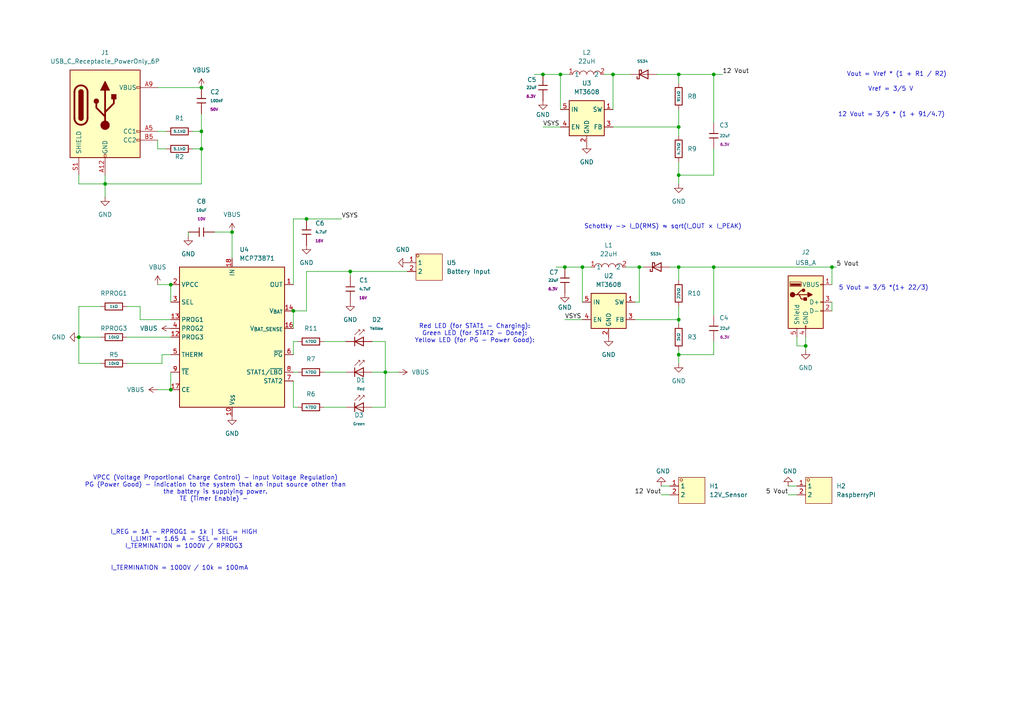
<source format=kicad_sch>
(kicad_sch (version 20250114) (generator "eeschema") (generator_version "9.0")
  (paper "A4")
  (text "I_REG = 1A - RPROG1 = 1k | SEL = HIGH\nI_LIMIT = 1.65 A - SEL = HIGH\nI_TERMINATION = 1000V / RPROG3\n" (at 53.34 156.464 0) (effects (font (size 1.27 1.27))))
  (text "12 Vout = 3/5 * (1 + 91/4.7)\n" (at 258.572 33.274 0) (effects (font (size 1.27 1.27))))
  (text "5 Vout = 3/5 *(1+ 22/3)" (at 256.286 83.566 0) (effects (font (size 1.27 1.27))))
  (text "VPCC (Voltage Proportional Charge Control) - Input Voltage Regulation)\nPG (Power Good) - indication to the system that an input source other than\nthe battery is supplying power.\nTE (Timer Enable) - \n" (at 62.484 141.732 0) (effects (font (size 1.27 1.27))))
  (text "Schottky -> I_D(RMS) ≈ sqrt(I_OUT × I_PEAK)\n\n" (at 192.278 66.802 0) (effects (font (size 1.27 1.27))))
  (text "I_TERMINATION = 1000V / 10k = 100mA\n" (at 52.07 164.846 0) (effects (font (size 1.27 1.27))))
  (text "Vout = Vref * (1 + R1 / R2)" (at 260.096 21.59 0) (effects (font (size 1.27 1.27))))
  (text "Red LED (for STAT1 - Charging):\nGreen LED (for STAT2 - Done):\nYellow LED (for PG - Power Good):\n" (at 137.668 96.774 0) (effects (font (size 1.27 1.27))))
  (text "Vref = 3/5 V " (at 258.826 25.908 0) (effects (font (size 1.27 1.27))))
  (junction (at 22.86 97.79))
  (junction (at 196.85 102.87))
  (junction (at 157.48 21.59))
  (junction (at 58.42 25.4))
  (junction (at 101.6 78.74))
  (junction (at 185.42 77.47))
  (junction (at 30.48 53.34))
  (junction (at 196.85 50.8))
  (junction (at 58.42 43.18))
  (junction (at 233.68 100.33))
  (junction (at 111.76 107.95))
  (junction (at 85.09 90.17))
  (junction (at 196.85 77.47))
  (junction (at 207.01 77.47))
  (junction (at 88.9 63.5))
  (junction (at 163.83 77.47))
  (junction (at 177.8 21.59))
  (junction (at 207.01 21.59))
  (junction (at 196.85 92.71))
  (junction (at 49.53 113.03))
  (junction (at 49.53 82.55))
  (junction (at 162.56 21.59))
  (junction (at 241.3 77.47))
  (junction (at 168.91 77.47))
  (junction (at 58.42 38.1))
  (junction (at 196.85 21.59))
  (junction (at 67.31 67.31))
  (junction (at 196.85 36.83))
  (wire (pts (xy 88.9 63.5) (xy 99.06 63.5)))
  (wire (pts (xy 111.76 107.95) (xy 111.76 118.11)))
  (wire (pts (xy 207.01 43.18) (xy 207.01 50.8)))
  (wire (pts (xy 228.6 143.51) (xy 231.14 143.51)))
  (wire (pts (xy 88.9 78.74) (xy 101.6 78.74)))
  (wire (pts (xy 58.42 38.1) (xy 58.42 43.18)))
  (wire (pts (xy 30.48 50.8) (xy 30.48 53.34)))
  (wire (pts (xy 55.88 43.18) (xy 58.42 43.18)))
  (wire (pts (xy 241.3 87.63) (xy 241.3 90.17)))
  (wire (pts (xy 111.76 107.95) (xy 115.57 107.95)))
  (wire (pts (xy 233.68 100.33) (xy 233.68 97.79)))
  (wire (pts (xy 85.09 107.95) (xy 86.36 107.95)))
  (wire (pts (xy 154.94 21.59) (xy 157.48 21.59)))
  (wire (pts (xy 241.3 77.47) (xy 242.57 77.47)))
  (wire (pts (xy 196.85 50.8) (xy 196.85 53.34)))
  (wire (pts (xy 67.31 67.31) (xy 67.31 74.93)))
  (wire (pts (xy 22.86 53.34) (xy 30.48 53.34)))
  (wire (pts (xy 228.6 140.97) (xy 231.14 140.97)))
  (wire (pts (xy 194.31 77.47) (xy 196.85 77.47)))
  (wire (pts (xy 36.83 97.79) (xy 49.53 97.79)))
  (wire (pts (xy 45.72 40.64) (xy 45.72 43.18)))
  (wire (pts (xy 45.72 25.4) (xy 58.42 25.4)))
  (wire (pts (xy 85.09 110.49) (xy 85.09 118.11)))
  (wire (pts (xy 101.6 78.74) (xy 101.6 80.01)))
  (wire (pts (xy 191.77 140.97) (xy 194.31 140.97)))
  (wire (pts (xy 207.01 102.87) (xy 196.85 102.87)))
  (wire (pts (xy 196.85 21.59) (xy 207.01 21.59)))
  (wire (pts (xy 177.8 21.59) (xy 177.8 31.75)))
  (wire (pts (xy 58.42 53.34) (xy 30.48 53.34)))
  (wire (pts (xy 22.86 50.8) (xy 22.86 53.34)))
  (wire (pts (xy 168.91 77.47) (xy 171.45 77.47)))
  (wire (pts (xy 85.09 63.5) (xy 88.9 63.5)))
  (wire (pts (xy 196.85 92.71) (xy 196.85 93.98)))
  (wire (pts (xy 175.26 21.59) (xy 177.8 21.59)))
  (wire (pts (xy 157.48 21.59) (xy 162.56 21.59)))
  (wire (pts (xy 101.6 78.74) (xy 118.11 78.74)))
  (wire (pts (xy 168.91 77.47) (xy 168.91 87.63)))
  (wire (pts (xy 207.01 99.06) (xy 207.01 102.87)))
  (wire (pts (xy 30.48 53.34) (xy 30.48 57.15)))
  (wire (pts (xy 45.72 82.55) (xy 49.53 82.55)))
  (wire (pts (xy 163.83 77.47) (xy 168.91 77.47)))
  (wire (pts (xy 207.01 77.47) (xy 241.3 77.47)))
  (wire (pts (xy 40.64 92.71) (xy 49.53 92.71)))
  (wire (pts (xy 46.99 102.87) (xy 49.53 102.87)))
  (wire (pts (xy 196.85 102.87) (xy 196.85 105.41)))
  (wire (pts (xy 161.29 77.47) (xy 163.83 77.47)))
  (wire (pts (xy 85.09 90.17) (xy 88.9 90.17)))
  (wire (pts (xy 107.95 118.11) (xy 111.76 118.11)))
  (wire (pts (xy 22.86 97.79) (xy 29.21 97.79)))
  (wire (pts (xy 40.64 88.9) (xy 40.64 92.71)))
  (wire (pts (xy 196.85 88.9) (xy 196.85 92.71)))
  (wire (pts (xy 93.98 107.95) (xy 100.33 107.95)))
  (wire (pts (xy 177.8 36.83) (xy 196.85 36.83)))
  (wire (pts (xy 207.01 21.59) (xy 209.55 21.59)))
  (wire (pts (xy 85.09 90.17) (xy 85.09 95.25)))
  (wire (pts (xy 22.86 88.9) (xy 29.21 88.9)))
  (wire (pts (xy 231.14 100.33) (xy 233.68 100.33)))
  (wire (pts (xy 49.53 82.55) (xy 49.53 87.63)))
  (wire (pts (xy 85.09 99.06) (xy 85.09 102.87)))
  (wire (pts (xy 207.01 77.47) (xy 207.01 91.44)))
  (wire (pts (xy 46.99 105.41) (xy 46.99 102.87)))
  (wire (pts (xy 191.77 143.51) (xy 194.31 143.51)))
  (wire (pts (xy 36.83 88.9) (xy 40.64 88.9)))
  (wire (pts (xy 162.56 21.59) (xy 162.56 31.75)))
  (wire (pts (xy 165.1 21.59) (xy 162.56 21.59)))
  (wire (pts (xy 196.85 77.47) (xy 196.85 81.28)))
  (wire (pts (xy 62.23 67.31) (xy 67.31 67.31)))
  (wire (pts (xy 93.98 99.06) (xy 100.33 99.06)))
  (wire (pts (xy 45.72 43.18) (xy 48.26 43.18)))
  (wire (pts (xy 107.95 107.95) (xy 111.76 107.95)))
  (wire (pts (xy 177.8 21.59) (xy 182.88 21.59)))
  (wire (pts (xy 196.85 77.47) (xy 207.01 77.47)))
  (wire (pts (xy 184.15 92.71) (xy 196.85 92.71)))
  (wire (pts (xy 196.85 31.75) (xy 196.85 36.83)))
  (wire (pts (xy 22.86 97.79) (xy 22.86 105.41)))
  (wire (pts (xy 185.42 77.47) (xy 186.69 77.47)))
  (wire (pts (xy 181.61 77.47) (xy 185.42 77.47)))
  (wire (pts (xy 85.09 82.55) (xy 85.09 63.5)))
  (wire (pts (xy 22.86 105.41) (xy 29.21 105.41)))
  (wire (pts (xy 58.42 33.02) (xy 58.42 38.1)))
  (wire (pts (xy 93.98 118.11) (xy 100.33 118.11)))
  (wire (pts (xy 36.83 105.41) (xy 46.99 105.41)))
  (wire (pts (xy 45.72 113.03) (xy 49.53 113.03)))
  (wire (pts (xy 55.88 38.1) (xy 58.42 38.1)))
  (wire (pts (xy 196.85 36.83) (xy 196.85 39.37)))
  (wire (pts (xy 45.72 38.1) (xy 48.26 38.1)))
  (wire (pts (xy 107.95 99.06) (xy 111.76 99.06)))
  (wire (pts (xy 163.83 92.71) (xy 168.91 92.71)))
  (wire (pts (xy 196.85 101.6) (xy 196.85 102.87)))
  (wire (pts (xy 185.42 77.47) (xy 185.42 87.63)))
  (wire (pts (xy 22.86 88.9) (xy 22.86 97.79)))
  (wire (pts (xy 233.68 100.33) (xy 233.68 101.6)))
  (wire (pts (xy 88.9 78.74) (xy 88.9 90.17)))
  (wire (pts (xy 85.09 99.06) (xy 86.36 99.06)))
  (wire (pts (xy 231.14 97.79) (xy 231.14 100.33)))
  (wire (pts (xy 196.85 21.59) (xy 196.85 24.13)))
  (wire (pts (xy 241.3 77.47) (xy 241.3 82.55)))
  (wire (pts (xy 207.01 21.59) (xy 207.01 35.56)))
  (wire (pts (xy 111.76 99.06) (xy 111.76 107.95)))
  (wire (pts (xy 49.53 107.95) (xy 49.53 113.03)))
  (wire (pts (xy 207.01 50.8) (xy 196.85 50.8)))
  (wire (pts (xy 85.09 118.11) (xy 86.36 118.11)))
  (wire (pts (xy 196.85 46.99) (xy 196.85 50.8)))
  (wire (pts (xy 185.42 87.63) (xy 184.15 87.63)))
  (wire (pts (xy 58.42 43.18) (xy 58.42 53.34)))
  (wire (pts (xy 190.5 21.59) (xy 196.85 21.59)))
  (wire (pts (xy 157.48 36.83) (xy 162.56 36.83)))
  (wire (pts (xy 54.61 67.31) (xy 54.61 68.58)))
  (label "12 Vout" (at 209.55 21.59 0))
  (label "5 Vout" (at 242.57 77.47 0))
  (label "5 Vout" (at 228.6 143.51 180))
  (label "VSYS" (at 163.83 92.71 0))
  (label "12 Vout" (at 191.77 143.51 180))
  (label "VSYS" (at 157.48 36.83 0))
  (label "VSYS" (at 99.06 63.5 0))
  (symbol (lib_id "PCM_JLCPCB-Capacitors:0603,100nF") (at 58.42 29.21 0) (unit 1)
    (property "Reference" "C2" (at 60.96 26.6699 0) (effects (justify left)))
    (property "Value" "100nF" (at 60.96 29.21 0) (effects (font (size 0.8 0.8)) (justify left)))
    (property "Footprint" "PCM_JLCPCB:C_0603" (effects (hide yes)))
    (property "Datasheet" "https://www.lcsc.com/datasheet/lcsc_datasheet_2211101700_YAGEO-CC0603KRX7R9BB104_C14663.pdf" (effects (hide yes)))
    (property "Description" "50V 100nF X7R ±10% 0603 Multilayer Ceramic Capacitors MLCC - SMD/SMT ROHS" (effects (hide yes)))
    (property "LCSC" "C14663" (effects (hide yes)))
    (property "Stock" "70324515" (effects (hide yes)))
    (property "Price" "0.006USD" (effects (hide yes)))
    (property "Process" "SMT" (effects (hide yes)))
    (property "Minimum Qty" "20" (effects (hide yes)))
    (property "Attrition Qty" "10" (effects (hide yes)))
    (property "Class" "Basic Component" (effects (hide yes)))
    (property "Category" "Capacitors,Multilayer Ceramic Capacitors MLCC - SMD/SMT" (effects (hide yes)))
    (property "Manufacturer" "YAGEO" (effects (hide yes)))
    (property "Part" "CC0603KRX7R9BB104" (effects (hide yes)))
    (property "Voltage Rated" "50V" (at 60.96 31.75 0) (effects (font (size 0.8 0.8)) (justify left)))
    (property "Tolerance" "±10%" (effects (hide yes)))
    (property "Capacitance" "100nF" (effects (hide yes)))
    (property "Temperature Coefficient" "X7R" (effects (hide yes)))
  )
  (symbol (lib_id "PCM_JLCPCB-Resistors:0603,470Ω") (at 90.17 99.06 270) (unit 1)
    (property "Reference" "R11" (at 90.17 95.25 90))
    (property "Value" "470Ω" (at 90.17 99.06 90) (effects (font (size 0.8 0.8))))
    (property "Footprint" "PCM_JLCPCB:R_0603" (effects (hide yes)))
    (property "Datasheet" "https://www.lcsc.com/datasheet/lcsc_datasheet_2206010116_UNI-ROYAL-Uniroyal-Elec-0603WAF4700T5E_C23179.pdf" (effects (hide yes)))
    (property "Description" "100mW Thick Film Resistors 75V ±100ppm/°C ±1% 470Ω 0603 Chip Resistor - Surface Mount ROHS" (effects (hide yes)))
    (property "LCSC" "C23179" (effects (hide yes)))
    (property "Stock" "3910258" (effects (hide yes)))
    (property "Price" "0.004USD" (effects (hide yes)))
    (property "Process" "SMT" (effects (hide yes)))
    (property "Minimum Qty" "20" (effects (hide yes)))
    (property "Attrition Qty" "10" (effects (hide yes)))
    (property "Class" "Basic Component" (effects (hide yes)))
    (property "Category" "Resistors,Chip Resistor - Surface Mount" (effects (hide yes)))
    (property "Manufacturer" "UNI-ROYAL(Uniroyal Elec)" (effects (hide yes)))
    (property "Part" "0603WAF4700T5E" (effects (hide yes)))
    (property "Resistance" "470Ω" (effects (hide yes)))
    (property "Power(Watts)" "100mW" (effects (hide yes)))
    (property "Type" "Thick Film Resistors" (effects (hide yes)))
    (property "Overload Voltage (Max)" "75V" (effects (hide yes)))
    (property "Operating Temperature Range" "-55°C~+155°C" (effects (hide yes)))
    (property "Tolerance" "±1%" (effects (hide yes)))
    (property "Temperature Coefficient" "±100ppm/°C" (effects (hide yes)))
  )
  (symbol (lib_id "power:GND") (at 54.61 68.58 0) (unit 1)
    (property "Reference" "#PWR08" (effects (hide yes)))
    (property "Value" "GND" (at 54.61 73.66 0))
    (property "Description" "Power symbol creates a global label with name \"GND\" , ground" (effects (hide yes)))
  )
  (symbol (lib_id "PCM_JLCPCB-Capacitors:0603,22uF") (at 207.01 95.25 180) (unit 1)
    (property "Reference" "C4" (at 211.328 92.202 0) (effects (justify left)))
    (property "Value" "22uF" (at 211.836 95.25 0) (effects (font (size 0.8 0.8)) (justify left)))
    (property "Footprint" "PCM_JLCPCB:C_0603" (effects (hide yes)))
    (property "Datasheet" "https://www.lcsc.com/datasheet/lcsc_datasheet_2304140030_Samsung-Electro-Mechanics-CL10A226MQ8NRNC_C59461.pdf" (effects (hide yes)))
    (property "Description" "6.3V 22uF X5R ±20% 0603 Multilayer Ceramic Capacitors MLCC - SMD/SMT ROHS" (effects (hide yes)))
    (property "LCSC" "C59461" (effects (hide yes)))
    (property "Stock" "5081183" (effects (hide yes)))
    (property "Price" "0.012USD" (effects (hide yes)))
    (property "Process" "SMT" (effects (hide yes)))
    (property "Minimum Qty" "20" (effects (hide yes)))
    (property "Attrition Qty" "10" (effects (hide yes)))
    (property "Class" "Basic Component" (effects (hide yes)))
    (property "Category" "Capacitors,Multilayer Ceramic Capacitors MLCC - SMD/SMT" (effects (hide yes)))
    (property "Manufacturer" "Samsung Electro-Mechanics" (effects (hide yes)))
    (property "Part" "CL10A226MQ8NRNC" (effects (hide yes)))
    (property "Voltage Rated" "6.3V" (at 211.582 97.79 0) (effects (font (size 0.8 0.8)) (justify left)))
    (property "Tolerance" "±20%" (effects (hide yes)))
    (property "Capacitance" "22uF" (effects (hide yes)))
    (property "Temperature Coefficient" "X5R" (effects (hide yes)))
  )
  (symbol (lib_id "PCM_JLCPCB-Diodes:Schottky,SS34") (at 190.5 77.47 270) (unit 1)
    (property "Reference" "D5" (effects (hide yes)))
    (property "Value" "SS34" (at 190.1825 73.66 90) (effects (font (size 0.8 0.8))))
    (property "Footprint" "PCM_JLCPCB:D_SMA" (effects (hide yes)))
    (property "Datasheet" "https://www.lcsc.com/datasheet/lcsc_datasheet_2407101107_MDD-Microdiode-Semiconductor-SS34_C8678.pdf" (effects (hide yes)))
    (property "Description" "40V Independent Type 3A 550mV@3A SMA(DO-214AC) Schottky Diodes ROHS" (effects (hide yes)))
    (property "LCSC" "C8678" (effects (hide yes)))
    (property "Stock" "1971586" (effects (hide yes)))
    (property "Price" "0.030USD" (effects (hide yes)))
    (property "Process" "SMT" (effects (hide yes)))
    (property "Minimum Qty" "5" (effects (hide yes)))
    (property "Attrition Qty" "8" (effects (hide yes)))
    (property "Class" "Basic Component" (effects (hide yes)))
    (property "Category" "Diodes,Schottky Barrier Diodes (SBD)" (effects (hide yes)))
    (property "Manufacturer" "MDD（Microdiode Electronics）" (effects (hide yes)))
    (property "Part" "SS34" (effects (hide yes)))
    (property "Rectified Current" "3A" (effects (hide yes)))
    (property "Forward Voltage (Vf@If)" "550mV@3A" (effects (hide yes)))
    (property "Reverse Voltage (Vr)" "40V" (effects (hide yes)))
    (property "Diode Configuration" "Independent Type" (effects (hide yes)))
    (property "Reverse Leakage Current (Ir)" "500uA@40V" (effects (hide yes)))
  )
  (symbol (lib_id "power:VBUS") (at 115.57 107.95 270) (unit 1)
    (property "Reference" "#PWR04" (effects (hide yes)))
    (property "Value" "VBUS" (at 119.38 107.9499 90) (effects (justify left)))
    (property "Description" "Power symbol creates a global label with name \"VBUS\"" (effects (hide yes)))
  )
  (symbol (lib_id "power:VBUS") (at 49.53 95.25 90) (unit 1)
    (property "Reference" "#PWR06" (effects (hide yes)))
    (property "Value" "VBUS" (at 45.72 95.2499 90) (effects (justify left)))
    (property "Description" "Power symbol creates a global label with name \"VBUS\"" (effects (hide yes)))
  )
  (symbol (lib_id "PCM_JLCPCB-Resistors:0603,470Ω") (at 90.17 107.95 270) (unit 1)
    (property "Reference" "R7" (at 90.17 104.14 90))
    (property "Value" "470Ω" (at 90.17 107.95 90) (effects (font (size 0.8 0.8))))
    (property "Footprint" "PCM_JLCPCB:R_0603" (effects (hide yes)))
    (property "Datasheet" "https://www.lcsc.com/datasheet/lcsc_datasheet_2206010116_UNI-ROYAL-Uniroyal-Elec-0603WAF4700T5E_C23179.pdf" (effects (hide yes)))
    (property "Description" "100mW Thick Film Resistors 75V ±100ppm/°C ±1% 470Ω 0603 Chip Resistor - Surface Mount ROHS" (effects (hide yes)))
    (property "LCSC" "C23179" (effects (hide yes)))
    (property "Stock" "3910258" (effects (hide yes)))
    (property "Price" "0.004USD" (effects (hide yes)))
    (property "Process" "SMT" (effects (hide yes)))
    (property "Minimum Qty" "20" (effects (hide yes)))
    (property "Attrition Qty" "10" (effects (hide yes)))
    (property "Class" "Basic Component" (effects (hide yes)))
    (property "Category" "Resistors,Chip Resistor - Surface Mount" (effects (hide yes)))
    (property "Manufacturer" "UNI-ROYAL(Uniroyal Elec)" (effects (hide yes)))
    (property "Part" "0603WAF4700T5E" (effects (hide yes)))
    (property "Resistance" "470Ω" (effects (hide yes)))
    (property "Power(Watts)" "100mW" (effects (hide yes)))
    (property "Type" "Thick Film Resistors" (effects (hide yes)))
    (property "Overload Voltage (Max)" "75V" (effects (hide yes)))
    (property "Operating Temperature Range" "-55°C~+155°C" (effects (hide yes)))
    (property "Tolerance" "±1%" (effects (hide yes)))
    (property "Temperature Coefficient" "±100ppm/°C" (effects (hide yes)))
  )
  (symbol (lib_id "PCM_JLCPCB-Resistors:0603,10kΩ") (at 33.02 105.41 270) (unit 1)
    (property "Reference" "R5" (at 33.02 102.87 90))
    (property "Value" "10kΩ" (at 33.02 105.41 90) (effects (font (size 0.8 0.8))))
    (property "Footprint" "PCM_JLCPCB:R_0603" (effects (hide yes)))
    (property "Datasheet" "https://www.lcsc.com/datasheet/lcsc_datasheet_2206010045_UNI-ROYAL-Uniroyal-Elec-0603WAF1002T5E_C25804.pdf" (effects (hide yes)))
    (property "Description" "100mW Thick Film Resistors 75V ±100ppm/°C ±1% 10kΩ 0603 Chip Resistor - Surface Mount ROHS" (effects (hide yes)))
    (property "LCSC" "C25804" (effects (hide yes)))
    (property "Stock" "51181774" (effects (hide yes)))
    (property "Price" "0.004USD" (effects (hide yes)))
    (property "Process" "SMT" (effects (hide yes)))
    (property "Minimum Qty" "20" (effects (hide yes)))
    (property "Attrition Qty" "10" (effects (hide yes)))
    (property "Class" "Basic Component" (effects (hide yes)))
    (property "Category" "Resistors,Chip Resistor - Surface Mount" (effects (hide yes)))
    (property "Manufacturer" "UNI-ROYAL(Uniroyal Elec)" (effects (hide yes)))
    (property "Part" "0603WAF1002T5E" (effects (hide yes)))
    (property "Resistance" "10kΩ" (effects (hide yes)))
    (property "Power(Watts)" "100mW" (effects (hide yes)))
    (property "Type" "Thick Film Resistors" (effects (hide yes)))
    (property "Overload Voltage (Max)" "75V" (effects (hide yes)))
    (property "Operating Temperature Range" "-55°C~+155°C" (effects (hide yes)))
    (property "Tolerance" "±1%" (effects (hide yes)))
    (property "Temperature Coefficient" "±100ppm/°C" (effects (hide yes)))
  )
  (symbol (lib_id "power:GND") (at 118.11 76.2 270) (unit 1)
    (property "Reference" "#PWR07" (effects (hide yes)))
    (property "Value" "GND" (at 116.84 72.39 90))
    (property "Description" "Power symbol creates a global label with name \"GND\" , ground" (effects (hide yes)))
  )
  (symbol (lib_id "power:GND") (at 22.86 97.79 270) (unit 1)
    (property "Reference" "#PWR011" (effects (hide yes)))
    (property "Value" "GND" (at 19.05 97.7899 90) (effects (justify right)))
    (property "Description" "Power symbol creates a global label with name \"GND\" , ground" (effects (hide yes)))
  )
  (symbol (lib_id "PCM_JLCPCB-Resistors:0603,22kΩ") (at 196.85 85.09 0) (unit 1)
    (property "Reference" "R10" (at 199.39 85.0899 0) (effects (justify left)))
    (property "Value" "22kΩ" (at 196.85 85.09 90) (effects (font (size 0.8 0.8))))
    (property "Footprint" "PCM_JLCPCB:R_0603" (effects (hide yes)))
    (property "Datasheet" "https://www.lcsc.com/datasheet/lcsc_datasheet_2206010030_UNI-ROYAL-Uniroyal-Elec-0603WAF2202T5E_C31850.pdf" (effects (hide yes)))
    (property "Description" "100mW Thick Film Resistors 75V ±100ppm/°C ±1% 22kΩ 0603 Chip Resistor - Surface Mount ROHS" (effects (hide yes)))
    (property "LCSC" "C31850" (effects (hide yes)))
    (property "Stock" "1601895" (effects (hide yes)))
    (property "Price" "0.004USD" (effects (hide yes)))
    (property "Process" "SMT" (effects (hide yes)))
    (property "Minimum Qty" "20" (effects (hide yes)))
    (property "Attrition Qty" "10" (effects (hide yes)))
    (property "Class" "Basic Component" (effects (hide yes)))
    (property "Category" "Resistors,Chip Resistor - Surface Mount" (effects (hide yes)))
    (property "Manufacturer" "UNI-ROYAL(Uniroyal Elec)" (effects (hide yes)))
    (property "Part" "0603WAF2202T5E" (effects (hide yes)))
    (property "Resistance" "22kΩ" (effects (hide yes)))
    (property "Power(Watts)" "100mW" (effects (hide yes)))
    (property "Type" "Thick Film Resistors" (effects (hide yes)))
    (property "Overload Voltage (Max)" "75V" (effects (hide yes)))
    (property "Operating Temperature Range" "-55°C~+155°C" (effects (hide yes)))
    (property "Tolerance" "±1%" (effects (hide yes)))
    (property "Temperature Coefficient" "±100ppm/°C" (effects (hide yes)))
  )
  (symbol (lib_id "PCM_JLCPCB-Diodes:LED,0805,Green") (at 104.14 118.11 270) (unit 1)
    (property "Reference" "D3" (at 104.14 120.396 90))
    (property "Value" "Green" (at 104.14 122.936 90) (effects (font (size 0.8 0.8))))
    (property "Footprint" "PCM_JLCPCB:D_0805" (effects (hide yes)))
    (property "Datasheet" "https://www.lcsc.com/datasheet/lcsc_datasheet_1806151820_Hubei-KENTO-Elec-KT-0805G_C2297.pdf" (effects (hide yes)))
    (property "Description" "Emerald 0805 LED Indication - Discrete ROHS" (effects (hide yes)))
    (property "LCSC" "C2297" (effects (hide yes)))
    (property "Stock" "2062782" (effects (hide yes)))
    (property "Price" "0.014USD" (effects (hide yes)))
    (property "Process" "SMT" (effects (hide yes)))
    (property "Minimum Qty" "20" (effects (hide yes)))
    (property "Attrition Qty" "10" (effects (hide yes)))
    (property "Class" "Basic Component" (effects (hide yes)))
    (property "Category" "Optoelectronics,Light Emitting Diodes (LED)" (effects (hide yes)))
    (property "Manufacturer" "Hubei KENTO Elec" (effects (hide yes)))
    (property "Part" "KT-0805G" (effects (hide yes)))
    (property "Emitted Color" "Emerald" (effects (hide yes)))
  )
  (symbol (lib_id "easyeda2kicad:CYH74-22UH") (at 176.53 77.47 0) (unit 1)
    (property "Reference" "L1" (at 176.53 71.12 0))
    (property "Value" "22uH" (at 176.53 73.66 0))
    (property "Footprint" "easyeda2kicad:IND-SMD_L7.5-W7.5" (effects (hide yes)))
    (property "LCSC Part" "C19268629" (effects (hide yes)))
  )
  (symbol (lib_id "PCM_JLCPCB-Diodes:LED,0805,Yellow") (at 104.14 99.06 270) (unit 1)
    (property "Reference" "D2" (at 109.22 92.71 90))
    (property "Value" "Yellow" (at 109.22 95.25 90) (effects (font (size 0.8 0.8))))
    (property "Footprint" "PCM_JLCPCB:D_0805" (effects (hide yes)))
    (property "Datasheet" "https://www.lcsc.com/datasheet/lcsc_datasheet_1806151129_Hubei-KENTO-Elec-KT-0805Y_C2296.pdf" (effects (hide yes)))
    (property "Description" "Yellow 0805 LED Indication - Discrete ROHS" (effects (hide yes)))
    (property "LCSC" "C2296" (effects (hide yes)))
    (property "Stock" "662678" (effects (hide yes)))
    (property "Price" "0.015USD" (effects (hide yes)))
    (property "Process" "SMT" (effects (hide yes)))
    (property "Minimum Qty" "20" (effects (hide yes)))
    (property "Attrition Qty" "10" (effects (hide yes)))
    (property "Class" "Basic Component" (effects (hide yes)))
    (property "Category" "Optocouplers & LEDs & Infrared,Light Emitting Diodes (LED)" (effects (hide yes)))
    (property "Manufacturer" "Hubei KENTO Elec" (effects (hide yes)))
    (property "Part" "KT-0805Y" (effects (hide yes)))
  )
  (symbol (lib_id "power:GND") (at 191.77 140.97 180) (unit 1)
    (property "Reference" "#PWR09" (effects (hide yes)))
    (property "Value" "GND" (at 190.246 136.652 0) (effects (justify right)))
    (property "Description" "Power symbol creates a global label with name \"GND\" , ground" (effects (hide yes)))
  )
  (symbol (lib_id "easyeda2kicad:S2B-PH-K-S-GW") (at 123.19 77.47 0) (unit 1)
    (property "Reference" "U5" (at 129.54 76.1999 0) (effects (justify left)))
    (property "Value" "Battery Input" (at 129.54 78.7399 0) (effects (justify left)))
    (property "Footprint" "easyeda2kicad:CONN-TH_S2B-PH-K-S-GW" (effects (hide yes)))
    (property "Datasheet" "https://lcsc.com/product-detail/PH-Connectors_JST_S2B-PH-K-S-GW_PHsocket-1-2P-Curved-needle-pitch2mm_C157932.html" (effects (hide yes)))
    (property "LCSC Part" "C157932" (effects (hide yes)))
  )
  (symbol (lib_id "power:VBUS") (at 45.72 113.03 90) (unit 1)
    (property "Reference" "#PWR010" (effects (hide yes)))
    (property "Value" "VBUS" (at 41.91 113.0299 90) (effects (justify left)))
    (property "Description" "Power symbol creates a global label with name \"VBUS\"" (effects (hide yes)))
  )
  (symbol (lib_id "PCM_JLCPCB-Capacitors:0603,22uF") (at 157.48 25.4 0) (unit 1)
    (property "Reference" "C5" (at 152.908 23.114 0) (effects (justify left)))
    (property "Value" "22uF" (at 152.654 25.4 0) (effects (font (size 0.8 0.8)) (justify left)))
    (property "Footprint" "PCM_JLCPCB:C_0603" (effects (hide yes)))
    (property "Datasheet" "https://www.lcsc.com/datasheet/lcsc_datasheet_2304140030_Samsung-Electro-Mechanics-CL10A226MQ8NRNC_C59461.pdf" (effects (hide yes)))
    (property "Description" "6.3V 22uF X5R ±20% 0603 Multilayer Ceramic Capacitors MLCC - SMD/SMT ROHS" (effects (hide yes)))
    (property "LCSC" "C59461" (effects (hide yes)))
    (property "Stock" "5081183" (effects (hide yes)))
    (property "Price" "0.012USD" (effects (hide yes)))
    (property "Process" "SMT" (effects (hide yes)))
    (property "Minimum Qty" "20" (effects (hide yes)))
    (property "Attrition Qty" "10" (effects (hide yes)))
    (property "Class" "Basic Component" (effects (hide yes)))
    (property "Category" "Capacitors,Multilayer Ceramic Capacitors MLCC - SMD/SMT" (effects (hide yes)))
    (property "Manufacturer" "Samsung Electro-Mechanics" (effects (hide yes)))
    (property "Part" "CL10A226MQ8NRNC" (effects (hide yes)))
    (property "Voltage Rated" "6.3V" (at 152.654 27.94 0) (effects (font (size 0.8 0.8)) (justify left)))
    (property "Tolerance" "±20%" (effects (hide yes)))
    (property "Capacitance" "22uF" (effects (hide yes)))
    (property "Temperature Coefficient" "X5R" (effects (hide yes)))
  )
  (symbol (lib_id "PCM_JLCPCB-Resistors:0603,1kΩ") (at 33.02 88.9 90) (unit 1)
    (property "Reference" "RPROG1" (at 33.02 85.09 90))
    (property "Value" "1kΩ" (at 33.02 88.9 90) (effects (font (size 0.8 0.8))))
    (property "Footprint" "PCM_JLCPCB:R_0603" (effects (hide yes)))
    (property "Datasheet" "https://www.lcsc.com/datasheet/lcsc_datasheet_2206010130_UNI-ROYAL-Uniroyal-Elec-0603WAF1001T5E_C21190.pdf" (effects (hide yes)))
    (property "Description" "100mW Thick Film Resistors 75V ±100ppm/°C ±1% 1kΩ 0603 Chip Resistor - Surface Mount ROHS" (effects (hide yes)))
    (property "LCSC" "C21190" (effects (hide yes)))
    (property "Stock" "27538425" (effects (hide yes)))
    (property "Price" "0.004USD" (effects (hide yes)))
    (property "Process" "SMT" (effects (hide yes)))
    (property "Minimum Qty" "20" (effects (hide yes)))
    (property "Attrition Qty" "10" (effects (hide yes)))
    (property "Class" "Basic Component" (effects (hide yes)))
    (property "Category" "Resistors,Chip Resistor - Surface Mount" (effects (hide yes)))
    (property "Manufacturer" "UNI-ROYAL(Uniroyal Elec)" (effects (hide yes)))
    (property "Part" "0603WAF1001T5E" (effects (hide yes)))
    (property "Resistance" "1kΩ" (effects (hide yes)))
    (property "Power(Watts)" "100mW" (effects (hide yes)))
    (property "Type" "Thick Film Resistors" (effects (hide yes)))
    (property "Overload Voltage (Max)" "75V" (effects (hide yes)))
    (property "Operating Temperature Range" "-55°C~+155°C" (effects (hide yes)))
    (property "Tolerance" "±1%" (effects (hide yes)))
    (property "Temperature Coefficient" "±100ppm/°C" (effects (hide yes)))
  )
  (symbol (lib_id "Regulator_Switching:MT3608") (at 176.53 90.17 0) (unit 1)
    (property "Reference" "U2" (at 176.53 80.01 0))
    (property "Value" "MT3608" (at 176.53 82.55 0))
    (property "Footprint" "easyeda2kicad:SOT-23-6_L2.9-W1.6-P0.95-LS2.8-BL" (effects (hide yes)))
    (property "Datasheet" "https://www.olimex.com/Products/Breadboarding/BB-PWR-3608/resources/MT3608.pdf" (effects (hide yes)))
    (property "Description" "High Efficiency 1.2MHz 2A Step Up Converter, 2-24V Vin, 28V Vout, 4A current limit, 1.2MHz, SOT23-6" (effects (hide yes)))
  )
  (symbol (lib_id "PCM_JLCPCB-Capacitors:0603,22uF") (at 207.01 39.37 180) (unit 1)
    (property "Reference" "C3" (at 211.328 36.322 0) (effects (justify left)))
    (property "Value" "22uF" (at 211.836 39.37 0) (effects (font (size 0.8 0.8)) (justify left)))
    (property "Footprint" "PCM_JLCPCB:C_0603" (effects (hide yes)))
    (property "Datasheet" "https://www.lcsc.com/datasheet/lcsc_datasheet_2304140030_Samsung-Electro-Mechanics-CL10A226MQ8NRNC_C59461.pdf" (effects (hide yes)))
    (property "Description" "6.3V 22uF X5R ±20% 0603 Multilayer Ceramic Capacitors MLCC - SMD/SMT ROHS" (effects (hide yes)))
    (property "LCSC" "C59461" (effects (hide yes)))
    (property "Stock" "5081183" (effects (hide yes)))
    (property "Price" "0.012USD" (effects (hide yes)))
    (property "Process" "SMT" (effects (hide yes)))
    (property "Minimum Qty" "20" (effects (hide yes)))
    (property "Attrition Qty" "10" (effects (hide yes)))
    (property "Class" "Basic Component" (effects (hide yes)))
    (property "Category" "Capacitors,Multilayer Ceramic Capacitors MLCC - SMD/SMT" (effects (hide yes)))
    (property "Manufacturer" "Samsung Electro-Mechanics" (effects (hide yes)))
    (property "Part" "CL10A226MQ8NRNC" (effects (hide yes)))
    (property "Voltage Rated" "6.3V" (at 211.582 41.91 0) (effects (font (size 0.8 0.8)) (justify left)))
    (property "Tolerance" "±20%" (effects (hide yes)))
    (property "Capacitance" "22uF" (effects (hide yes)))
    (property "Temperature Coefficient" "X5R" (effects (hide yes)))
  )
  (symbol (lib_id "power:GND") (at 228.6 140.97 180) (unit 1)
    (property "Reference" "#PWR022" (effects (hide yes)))
    (property "Value" "GND" (at 227.076 136.652 0) (effects (justify right)))
    (property "Description" "Power symbol creates a global label with name \"GND\" , ground" (effects (hide yes)))
  )
  (symbol (lib_id "PCM_JLCPCB-Diodes:LED,0805,Red") (at 104.14 107.95 270) (unit 1)
    (property "Reference" "D1" (at 104.648 110.236 90))
    (property "Value" "Red" (at 104.648 112.776 90) (effects (font (size 0.8 0.8))))
    (property "Footprint" "PCM_JLCPCB:D_0805" (effects (hide yes)))
    (property "Datasheet" "https://www.lcsc.com/datasheet/lcsc_datasheet_2409272203_Foshan-NationStar-Optoelectronics-NCD0805R1_C84256.pdf" (effects (hide yes)))
    (property "Description" "25mA Colorless transparent lens 67mcd~195mcd -30°C~+85°C 615nm~630nm Individual diode Red 130° 65mW 1.6V~2.6V 0805 LED Indication - Discrete ROHS" (effects (hide yes)))
    (property "LCSC" "C84256" (effects (hide yes)))
    (property "Stock" "2976925" (effects (hide yes)))
    (property "Price" "0.016USD" (effects (hide yes)))
    (property "Process" "SMT" (effects (hide yes)))
    (property "Minimum Qty" "20" (effects (hide yes)))
    (property "Attrition Qty" "10" (effects (hide yes)))
    (property "Class" "Basic Component" (effects (hide yes)))
    (property "Category" "Optoelectronics,Light Emitting Diodes (LED)" (effects (hide yes)))
    (property "Manufacturer" "Foshan NationStar Optoelectronics" (effects (hide yes)))
    (property "Part" "NCD0805R1" (effects (hide yes)))
    (property "Operating Temperature" "-30°C~+85°C" (effects (hide yes)))
    (property "Viewing Angle" "130°" (effects (hide yes)))
    (property "Forward Current" "25mA" (effects (hide yes)))
    (property "Forward Voltage (VF)" "1.6V~2.6V" (effects (hide yes)))
    (property "Luminous Intensity" "67mcd~195mcd" (effects (hide yes)))
    (property "Dominant Wavelength" "615nm~630nm" (effects (hide yes)))
    (property "Power Dissipation" "65mW" (effects (hide yes)))
    (property "Emitted Color" "Red" (effects (hide yes)))
    (property "Diode Configuration" "Independent Diode" (effects (hide yes)))
    (property "Lens Color" "Colorless Transparent Lens" (effects (hide yes)))
  )
  (symbol (lib_id "easyeda2kicad:210S-1*2PL=11.6MMGold-platedblack") (at 199.39 142.24 0) (unit 1)
    (property "Reference" "H1" (at 205.74 140.9699 0) (effects (justify left)))
    (property "Value" "12V_Sensor" (at 205.74 143.5099 0) (effects (justify left)))
    (property "Footprint" "easyeda2kicad:HDR-TH_2P-P2.54-V-M-1" (effects (hide yes)))
    (property "Datasheet" "https://lcsc.com/product-detail/Male-Header_Headers-Pins-1-2P-2-54mm-Straight-line_C124375.html" (effects (hide yes)))
    (property "LCSC Part" "C124375" (effects (hide yes)))
  )
  (symbol (lib_id "power:GND") (at 157.48 29.21 0) (unit 1)
    (property "Reference" "#PWR018" (effects (hide yes)))
    (property "Value" "GND" (at 157.48 33.274 0))
    (property "Description" "Power symbol creates a global label with name \"GND\" , ground" (effects (hide yes)))
  )
  (symbol (lib_id "power:GND") (at 67.31 120.65 0) (unit 1)
    (property "Reference" "#PWR05" (effects (hide yes)))
    (property "Value" "GND" (at 67.31 125.73 0))
    (property "Description" "Power symbol creates a global label with name \"GND\" , ground" (effects (hide yes)))
  )
  (symbol (lib_id "power:GND") (at 30.48 57.15 0) (unit 1)
    (property "Reference" "#PWR01" (effects (hide yes)))
    (property "Value" "GND" (at 30.48 62.23 0))
    (property "Description" "Power symbol creates a global label with name \"GND\" , ground" (effects (hide yes)))
  )
  (symbol (lib_id "PCM_JLCPCB-Resistors:0603,10kΩ") (at 33.02 97.79 270) (unit 1)
    (property "Reference" "RPROG3" (at 33.02 95.25 90))
    (property "Value" "10kΩ" (at 33.02 97.79 90) (effects (font (size 0.8 0.8))))
    (property "Footprint" "PCM_JLCPCB:R_0603" (effects (hide yes)))
    (property "Datasheet" "https://www.lcsc.com/datasheet/lcsc_datasheet_2206010045_UNI-ROYAL-Uniroyal-Elec-0603WAF1002T5E_C25804.pdf" (effects (hide yes)))
    (property "Description" "100mW Thick Film Resistors 75V ±100ppm/°C ±1% 10kΩ 0603 Chip Resistor - Surface Mount ROHS" (effects (hide yes)))
    (property "LCSC" "C25804" (effects (hide yes)))
    (property "Stock" "51181774" (effects (hide yes)))
    (property "Price" "0.004USD" (effects (hide yes)))
    (property "Process" "SMT" (effects (hide yes)))
    (property "Minimum Qty" "20" (effects (hide yes)))
    (property "Attrition Qty" "10" (effects (hide yes)))
    (property "Class" "Basic Component" (effects (hide yes)))
    (property "Category" "Resistors,Chip Resistor - Surface Mount" (effects (hide yes)))
    (property "Manufacturer" "UNI-ROYAL(Uniroyal Elec)" (effects (hide yes)))
    (property "Part" "0603WAF1002T5E" (effects (hide yes)))
    (property "Resistance" "10kΩ" (effects (hide yes)))
    (property "Power(Watts)" "100mW" (effects (hide yes)))
    (property "Type" "Thick Film Resistors" (effects (hide yes)))
    (property "Overload Voltage (Max)" "75V" (effects (hide yes)))
    (property "Operating Temperature Range" "-55°C~+155°C" (effects (hide yes)))
    (property "Tolerance" "±1%" (effects (hide yes)))
    (property "Temperature Coefficient" "±100ppm/°C" (effects (hide yes)))
  )
  (symbol (lib_id "power:VBUS") (at 45.72 82.55 0) (unit 1)
    (property "Reference" "#PWR03" (effects (hide yes)))
    (property "Value" "VBUS" (at 45.72 77.47 0))
    (property "Description" "Power symbol creates a global label with name \"VBUS\"" (effects (hide yes)))
  )
  (symbol (lib_id "PCM_JLCPCB-Resistors:0603,470Ω") (at 90.17 118.11 270) (unit 1)
    (property "Reference" "R6" (at 90.17 114.3 90))
    (property "Value" "470Ω" (at 90.17 118.11 90) (effects (font (size 0.8 0.8))))
    (property "Footprint" "PCM_JLCPCB:R_0603" (effects (hide yes)))
    (property "Datasheet" "https://www.lcsc.com/datasheet/lcsc_datasheet_2206010116_UNI-ROYAL-Uniroyal-Elec-0603WAF4700T5E_C23179.pdf" (effects (hide yes)))
    (property "Description" "100mW Thick Film Resistors 75V ±100ppm/°C ±1% 470Ω 0603 Chip Resistor - Surface Mount ROHS" (effects (hide yes)))
    (property "LCSC" "C23179" (effects (hide yes)))
    (property "Stock" "3910258" (effects (hide yes)))
    (property "Price" "0.004USD" (effects (hide yes)))
    (property "Process" "SMT" (effects (hide yes)))
    (property "Minimum Qty" "20" (effects (hide yes)))
    (property "Attrition Qty" "10" (effects (hide yes)))
    (property "Class" "Basic Component" (effects (hide yes)))
    (property "Category" "Resistors,Chip Resistor - Surface Mount" (effects (hide yes)))
    (property "Manufacturer" "UNI-ROYAL(Uniroyal Elec)" (effects (hide yes)))
    (property "Part" "0603WAF4700T5E" (effects (hide yes)))
    (property "Resistance" "470Ω" (effects (hide yes)))
    (property "Power(Watts)" "100mW" (effects (hide yes)))
    (property "Type" "Thick Film Resistors" (effects (hide yes)))
    (property "Overload Voltage (Max)" "75V" (effects (hide yes)))
    (property "Operating Temperature Range" "-55°C~+155°C" (effects (hide yes)))
    (property "Tolerance" "±1%" (effects (hide yes)))
    (property "Temperature Coefficient" "±100ppm/°C" (effects (hide yes)))
  )
  (symbol (lib_id "PCM_JLCPCB-Diodes:Schottky,SS34") (at 186.69 21.59 270) (unit 1)
    (property "Reference" "D4" (effects (hide yes)))
    (property "Value" "SS34" (at 186.3725 17.78 90) (effects (font (size 0.8 0.8))))
    (property "Footprint" "PCM_JLCPCB:D_SMA" (effects (hide yes)))
    (property "Datasheet" "https://www.lcsc.com/datasheet/lcsc_datasheet_2407101107_MDD-Microdiode-Semiconductor-SS34_C8678.pdf" (effects (hide yes)))
    (property "Description" "40V Independent Type 3A 550mV@3A SMA(DO-214AC) Schottky Diodes ROHS" (effects (hide yes)))
    (property "LCSC" "C8678" (effects (hide yes)))
    (property "Stock" "1971586" (effects (hide yes)))
    (property "Price" "0.030USD" (effects (hide yes)))
    (property "Process" "SMT" (effects (hide yes)))
    (property "Minimum Qty" "5" (effects (hide yes)))
    (property "Attrition Qty" "8" (effects (hide yes)))
    (property "Class" "Basic Component" (effects (hide yes)))
    (property "Category" "Diodes,Schottky Barrier Diodes (SBD)" (effects (hide yes)))
    (property "Manufacturer" "MDD（Microdiode Electronics）" (effects (hide yes)))
    (property "Part" "SS34" (effects (hide yes)))
    (property "Rectified Current" "3A" (effects (hide yes)))
    (property "Forward Voltage (Vf@If)" "550mV@3A" (effects (hide yes)))
    (property "Reverse Voltage (Vr)" "40V" (effects (hide yes)))
    (property "Diode Configuration" "Independent Type" (effects (hide yes)))
    (property "Reverse Leakage Current (Ir)" "500uA@40V" (effects (hide yes)))
  )
  (symbol (lib_id "power:GND") (at 170.18 41.91 0) (unit 1)
    (property "Reference" "#PWR015" (effects (hide yes)))
    (property "Value" "GND" (at 170.18 46.99 0))
    (property "Description" "Power symbol creates a global label with name \"GND\" , ground" (effects (hide yes)))
  )
  (symbol (lib_id "Connector:USB_A") (at 233.68 87.63 0) (unit 1)
    (property "Reference" "J2" (at 233.68 73.152 0))
    (property "Value" "USB_A" (at 233.68 76.2 0))
    (property "Footprint" "easyeda2kicad:USB-A-TH_AF-WJDG" (effects (hide yes)))
    (property "Description" "USB Type A connector" (effects (hide yes)))
  )
  (symbol (lib_id "PCM_JLCPCB-Resistors:0603,4.7kΩ") (at 196.85 43.18 0) (unit 1)
    (property "Reference" "R9" (at 199.39 43.1799 0) (effects (justify left)))
    (property "Value" "4.7kΩ" (at 196.85 43.18 90) (effects (font (size 0.8 0.8))))
    (property "Footprint" "PCM_JLCPCB:R_0603" (effects (hide yes)))
    (property "Datasheet" "https://www.lcsc.com/datasheet/lcsc_datasheet_2206010116_UNI-ROYAL-Uniroyal-Elec-0603WAF4701T5E_C23162.pdf" (effects (hide yes)))
    (property "Description" "100mW Thick Film Resistors 75V ±100ppm/°C ±1% 4.7kΩ 0603 Chip Resistor - Surface Mount ROHS" (effects (hide yes)))
    (property "LCSC" "C23162" (effects (hide yes)))
    (property "Stock" "11302490" (effects (hide yes)))
    (property "Price" "0.004USD" (effects (hide yes)))
    (property "Process" "SMT" (effects (hide yes)))
    (property "Minimum Qty" "20" (effects (hide yes)))
    (property "Attrition Qty" "10" (effects (hide yes)))
    (property "Class" "Basic Component" (effects (hide yes)))
    (property "Category" "Resistors,Chip Resistor - Surface Mount" (effects (hide yes)))
    (property "Manufacturer" "UNI-ROYAL(Uniroyal Elec)" (effects (hide yes)))
    (property "Part" "0603WAF4701T5E" (effects (hide yes)))
    (property "Resistance" "4.7kΩ" (effects (hide yes)))
    (property "Power(Watts)" "100mW" (effects (hide yes)))
    (property "Type" "Thick Film Resistors" (effects (hide yes)))
    (property "Overload Voltage (Max)" "75V" (effects (hide yes)))
    (property "Operating Temperature Range" "-55°C~+155°C" (effects (hide yes)))
    (property "Tolerance" "±1%" (effects (hide yes)))
    (property "Temperature Coefficient" "±100ppm/°C" (effects (hide yes)))
  )
  (symbol (lib_id "power:VBUS") (at 67.31 67.31 0) (mirror y) (unit 1)
    (property "Reference" "#PWR012" (effects (hide yes)))
    (property "Value" "VBUS" (at 67.31 62.23 0))
    (property "Description" "Power symbol creates a global label with name \"VBUS\"" (effects (hide yes)))
  )
  (symbol (lib_id "Battery_Management:MCP73871") (at 67.31 97.79 0) (unit 1)
    (property "Reference" "U4" (at 69.4533 72.39 0) (effects (justify left)))
    (property "Value" "MCP73871" (at 69.4533 74.93 0) (effects (justify left)))
    (property "Footprint" "easyeda2kicad:QFN-20_L4.0-W4.0-P0.5-BL-EP" (effects (hide yes)))
    (property "Datasheet" "http://www.mouser.com/ds/2/268/22090a-52174.pdf" (effects (hide yes)))
    (property "Description" "Single cell, Li-Ion/Li-Po charge management controller" (effects (hide yes)))
    (property "LCSC Part" "C511310" (effects (hide yes)))
  )
  (symbol (lib_id "PCM_JLCPCB-Resistors:0603,5.1kΩ") (at 52.07 38.1 90) (unit 1)
    (property "Reference" "R1" (at 52.07 34.29 90))
    (property "Value" "5.1kΩ" (at 52.07 38.1 90) (effects (font (size 0.8 0.8))))
    (property "Footprint" "PCM_JLCPCB:R_0603" (effects (hide yes)))
    (property "Datasheet" "https://www.lcsc.com/datasheet/lcsc_datasheet_2206010116_UNI-ROYAL-Uniroyal-Elec-0603WAF5101T5E_C23186.pdf" (effects (hide yes)))
    (property "Description" "100mW Thick Film Resistors 75V ±100ppm/°C ±1% 5.1kΩ 0603 Chip Resistor - Surface Mount ROHS" (effects (hide yes)))
    (property "LCSC" "C23186" (effects (hide yes)))
    (property "Stock" "9223405" (effects (hide yes)))
    (property "Price" "0.004USD" (effects (hide yes)))
    (property "Process" "SMT" (effects (hide yes)))
    (property "Minimum Qty" "20" (effects (hide yes)))
    (property "Attrition Qty" "10" (effects (hide yes)))
    (property "Class" "Basic Component" (effects (hide yes)))
    (property "Category" "Resistors,Chip Resistor - Surface Mount" (effects (hide yes)))
    (property "Manufacturer" "UNI-ROYAL(Uniroyal Elec)" (effects (hide yes)))
    (property "Part" "0603WAF5101T5E" (effects (hide yes)))
    (property "Resistance" "5.1kΩ" (effects (hide yes)))
    (property "Power(Watts)" "100mW" (effects (hide yes)))
    (property "Type" "Thick Film Resistors" (effects (hide yes)))
    (property "Overload Voltage (Max)" "75V" (effects (hide yes)))
    (property "Operating Temperature Range" "-55°C~+155°C" (effects (hide yes)))
    (property "Tolerance" "±1%" (effects (hide yes)))
    (property "Temperature Coefficient" "±100ppm/°C" (effects (hide yes)))
  )
  (symbol (lib_id "power:GND") (at 101.6 87.63 0) (unit 1)
    (property "Reference" "#PWR021" (effects (hide yes)))
    (property "Value" "GND" (at 101.6 92.71 0))
    (property "Description" "Power symbol creates a global label with name \"GND\" , ground" (effects (hide yes)))
  )
  (symbol (lib_id "Connector:USB_C_Receptacle_PowerOnly_6P") (at 30.48 33.02 0) (unit 1)
    (property "Reference" "J1" (at 30.48 15.24 0))
    (property "Value" "USB_C_Receptacle_PowerOnly_6P" (at 30.48 17.78 0))
    (property "Footprint" "easyeda2kicad:TYPE-C-SMD_TYPE-C-6P" (effects (hide yes)))
    (property "Datasheet" "https://www.usb.org/sites/default/files/documents/usb_type-c.zip" (effects (hide yes)))
    (property "Description" "USB Power-Only 6P Type-C Receptacle connector" (effects (hide yes)))
    (property "LCSC Part" "C283540" (effects (hide yes)))
  )
  (symbol (lib_id "power:GND") (at 196.85 53.34 0) (unit 1)
    (property "Reference" "#PWR017" (effects (hide yes)))
    (property "Value" "GND" (at 196.85 58.42 0))
    (property "Description" "Power symbol creates a global label with name \"GND\" , ground" (effects (hide yes)))
  )
  (symbol (lib_id "easyeda2kicad:CYH74-22UH") (at 170.18 21.59 0) (unit 1)
    (property "Reference" "L2" (at 170.18 15.24 0))
    (property "Value" "22uH" (at 170.18 17.78 0))
    (property "Footprint" "easyeda2kicad:IND-SMD_L7.5-W7.5" (effects (hide yes)))
    (property "LCSC Part" "C19268629" (effects (hide yes)))
  )
  (symbol (lib_id "PCM_JLCPCB-Resistors:0603,3kΩ") (at 196.85 97.79 0) (unit 1)
    (property "Reference" "R3" (at 199.39 97.7899 0) (effects (justify left)))
    (property "Value" "3kΩ" (at 196.85 97.79 90) (effects (font (size 0.8 0.8))))
    (property "Footprint" "PCM_JLCPCB:R_0603" (effects (hide yes)))
    (property "Datasheet" "https://www.lcsc.com/datasheet/lcsc_datasheet_2206010230_UNI-ROYAL-Uniroyal-Elec-0603WAF3001T5E_C4211.pdf" (effects (hide yes)))
    (property "Description" "100mW Thick Film Resistors 75V ±100ppm/°C ±1% 3kΩ 0603 Chip Resistor - Surface Mount ROHS" (effects (hide yes)))
    (property "LCSC" "C4211" (effects (hide yes)))
    (property "Stock" "5406016" (effects (hide yes)))
    (property "Price" "0.004USD" (effects (hide yes)))
    (property "Process" "SMT" (effects (hide yes)))
    (property "Minimum Qty" "20" (effects (hide yes)))
    (property "Attrition Qty" "10" (effects (hide yes)))
    (property "Class" "Basic Component" (effects (hide yes)))
    (property "Category" "Resistors,Chip Resistor - Surface Mount" (effects (hide yes)))
    (property "Manufacturer" "UNI-ROYAL(Uniroyal Elec)" (effects (hide yes)))
    (property "Part" "0603WAF3001T5E" (effects (hide yes)))
    (property "Resistance" "3kΩ" (effects (hide yes)))
    (property "Power(Watts)" "100mW" (effects (hide yes)))
    (property "Type" "Thick Film Resistors" (effects (hide yes)))
    (property "Overload Voltage (Max)" "75V" (effects (hide yes)))
    (property "Operating Temperature Range" "-55°C~+155°C" (effects (hide yes)))
    (property "Tolerance" "±1%" (effects (hide yes)))
    (property "Temperature Coefficient" "±100ppm/°C" (effects (hide yes)))
  )
  (symbol (lib_id "PCM_JLCPCB-Capacitors:0603,10uF") (at 58.42 67.31 90) (unit 1)
    (property "Reference" "C8" (at 58.42 58.42 90))
    (property "Value" "10uF" (at 58.42 60.96 90) (effects (font (size 0.8 0.8))))
    (property "Footprint" "PCM_JLCPCB:C_0603" (effects (hide yes)))
    (property "Datasheet" "https://www.lcsc.com/datasheet/lcsc_datasheet_2304140030_Samsung-Electro-Mechanics-CL10A106KP8NNNC_C19702.pdf" (effects (hide yes)))
    (property "Description" "10V 10uF X5R ±10% 0603 Multilayer Ceramic Capacitors MLCC - SMD/SMT ROHS" (effects (hide yes)))
    (property "LCSC" "C19702" (effects (hide yes)))
    (property "Stock" "9881407" (effects (hide yes)))
    (property "Price" "0.009USD" (effects (hide yes)))
    (property "Process" "SMT" (effects (hide yes)))
    (property "Minimum Qty" "20" (effects (hide yes)))
    (property "Attrition Qty" "10" (effects (hide yes)))
    (property "Class" "Basic Component" (effects (hide yes)))
    (property "Category" "Capacitors,Multilayer Ceramic Capacitors MLCC - SMD/SMT" (effects (hide yes)))
    (property "Manufacturer" "Samsung Electro-Mechanics" (effects (hide yes)))
    (property "Part" "CL10A106KP8NNNC" (effects (hide yes)))
    (property "Voltage Rated" "10V" (at 58.42 63.5 90) (effects (font (size 0.8 0.8))))
    (property "Tolerance" "±10%" (effects (hide yes)))
    (property "Capacitance" "10uF" (effects (hide yes)))
    (property "Temperature Coefficient" "X5R" (effects (hide yes)))
  )
  (symbol (lib_id "easyeda2kicad:210S-1*2PL=11.6MMGold-platedblack") (at 236.22 142.24 0) (unit 1)
    (property "Reference" "H2" (at 242.57 140.9699 0) (effects (justify left)))
    (property "Value" "RaspberryPI" (at 242.57 143.5099 0) (effects (justify left)))
    (property "Footprint" "easyeda2kicad:HDR-TH_2P-P2.54-V-M-1" (effects (hide yes)))
    (property "Datasheet" "https://lcsc.com/product-detail/Male-Header_Headers-Pins-1-2P-2-54mm-Straight-line_C124375.html" (effects (hide yes)))
    (property "LCSC Part" "C124375" (effects (hide yes)))
  )
  (symbol (lib_id "PCM_JLCPCB-Capacitors:0603,4.7uF") (at 101.6 83.82 180) (unit 1)
    (property "Reference" "C1" (at 104.14 81.2799 0) (effects (justify right)))
    (property "Value" "4.7uF" (at 104.14 83.82 0) (effects (font (size 0.8 0.8)) (justify right)))
    (property "Footprint" "PCM_JLCPCB:C_0603" (effects (hide yes)))
    (property "Datasheet" "https://www.lcsc.com/datasheet/lcsc_datasheet_2304140030_Samsung-Electro-Mechanics-CL10A475KO8NNNC_C19666.pdf" (effects (hide yes)))
    (property "Description" "16V 4.7uF X5R ±10% 0603 Multilayer Ceramic Capacitors MLCC - SMD/SMT ROHS" (effects (hide yes)))
    (property "LCSC" "C19666" (effects (hide yes)))
    (property "Stock" "4246728" (effects (hide yes)))
    (property "Price" "0.013USD" (effects (hide yes)))
    (property "Process" "SMT" (effects (hide yes)))
    (property "Minimum Qty" "20" (effects (hide yes)))
    (property "Attrition Qty" "10" (effects (hide yes)))
    (property "Class" "Basic Component" (effects (hide yes)))
    (property "Category" "Capacitors,Multilayer Ceramic Capacitors MLCC - SMD/SMT" (effects (hide yes)))
    (property "Manufacturer" "Samsung Electro-Mechanics" (effects (hide yes)))
    (property "Part" "CL10A475KO8NNNC" (effects (hide yes)))
    (property "Voltage Rated" "16V" (at 104.14 86.36 0) (effects (font (size 0.8 0.8)) (justify right)))
    (property "Tolerance" "±10%" (effects (hide yes)))
    (property "Capacitance" "4.7uF" (effects (hide yes)))
    (property "Temperature Coefficient" "X5R" (effects (hide yes)))
  )
  (symbol (lib_id "Regulator_Switching:MT3608") (at 170.18 34.29 0) (unit 1)
    (property "Reference" "U3" (at 170.18 24.13 0))
    (property "Value" "MT3608" (at 170.18 26.67 0))
    (property "Footprint" "easyeda2kicad:SOT-23-6_L2.9-W1.6-P0.95-LS2.8-BL" (effects (hide yes)))
    (property "Datasheet" "https://www.olimex.com/Products/Breadboarding/BB-PWR-3608/resources/MT3608.pdf" (effects (hide yes)))
    (property "Description" "High Efficiency 1.2MHz 2A Step Up Converter, 2-24V Vin, 28V Vout, 4A current limit, 1.2MHz, SOT23-6" (effects (hide yes)))
  )
  (symbol (lib_id "PCM_JLCPCB-Capacitors:0603,4.7uF") (at 88.9 67.31 180) (unit 1)
    (property "Reference" "C6" (at 91.44 64.7699 0) (effects (justify right)))
    (property "Value" "4.7uF" (at 91.44 67.31 0) (effects (font (size 0.8 0.8)) (justify right)))
    (property "Footprint" "PCM_JLCPCB:C_0603" (effects (hide yes)))
    (property "Datasheet" "https://www.lcsc.com/datasheet/lcsc_datasheet_2304140030_Samsung-Electro-Mechanics-CL10A475KO8NNNC_C19666.pdf" (effects (hide yes)))
    (property "Description" "16V 4.7uF X5R ±10% 0603 Multilayer Ceramic Capacitors MLCC - SMD/SMT ROHS" (effects (hide yes)))
    (property "LCSC" "C19666" (effects (hide yes)))
    (property "Stock" "4246728" (effects (hide yes)))
    (property "Price" "0.013USD" (effects (hide yes)))
    (property "Process" "SMT" (effects (hide yes)))
    (property "Minimum Qty" "20" (effects (hide yes)))
    (property "Attrition Qty" "10" (effects (hide yes)))
    (property "Class" "Basic Component" (effects (hide yes)))
    (property "Category" "Capacitors,Multilayer Ceramic Capacitors MLCC - SMD/SMT" (effects (hide yes)))
    (property "Manufacturer" "Samsung Electro-Mechanics" (effects (hide yes)))
    (property "Part" "CL10A475KO8NNNC" (effects (hide yes)))
    (property "Voltage Rated" "16V" (at 91.44 69.85 0) (effects (font (size 0.8 0.8)) (justify right)))
    (property "Tolerance" "±10%" (effects (hide yes)))
    (property "Capacitance" "4.7uF" (effects (hide yes)))
    (property "Temperature Coefficient" "X5R" (effects (hide yes)))
  )
  (symbol (lib_id "power:GND") (at 163.83 85.09 0) (unit 1)
    (property "Reference" "#PWR014" (effects (hide yes)))
    (property "Value" "GND" (at 163.83 89.154 0))
    (property "Description" "Power symbol creates a global label with name \"GND\" , ground" (effects (hide yes)))
  )
  (symbol (lib_id "power:VBUS") (at 58.42 25.4 0) (unit 1)
    (property "Reference" "#PWR02" (effects (hide yes)))
    (property "Value" "VBUS" (at 58.42 20.32 0))
    (property "Description" "Power symbol creates a global label with name \"VBUS\"" (effects (hide yes)))
  )
  (symbol (lib_id "PCM_JLCPCB-Capacitors:0603,22uF") (at 163.83 81.28 0) (unit 1)
    (property "Reference" "C7" (at 159.258 78.994 0) (effects (justify left)))
    (property "Value" "22uF" (at 159.004 81.28 0) (effects (font (size 0.8 0.8)) (justify left)))
    (property "Footprint" "PCM_JLCPCB:C_0603" (effects (hide yes)))
    (property "Datasheet" "https://www.lcsc.com/datasheet/lcsc_datasheet_2304140030_Samsung-Electro-Mechanics-CL10A226MQ8NRNC_C59461.pdf" (effects (hide yes)))
    (property "Description" "6.3V 22uF X5R ±20% 0603 Multilayer Ceramic Capacitors MLCC - SMD/SMT ROHS" (effects (hide yes)))
    (property "LCSC" "C59461" (effects (hide yes)))
    (property "Stock" "5081183" (effects (hide yes)))
    (property "Price" "0.012USD" (effects (hide yes)))
    (property "Process" "SMT" (effects (hide yes)))
    (property "Minimum Qty" "20" (effects (hide yes)))
    (property "Attrition Qty" "10" (effects (hide yes)))
    (property "Class" "Basic Component" (effects (hide yes)))
    (property "Category" "Capacitors,Multilayer Ceramic Capacitors MLCC - SMD/SMT" (effects (hide yes)))
    (property "Manufacturer" "Samsung Electro-Mechanics" (effects (hide yes)))
    (property "Part" "CL10A226MQ8NRNC" (effects (hide yes)))
    (property "Voltage Rated" "6.3V" (at 159.004 83.82 0) (effects (font (size 0.8 0.8)) (justify left)))
    (property "Tolerance" "±20%" (effects (hide yes)))
    (property "Capacitance" "22uF" (effects (hide yes)))
    (property "Temperature Coefficient" "X5R" (effects (hide yes)))
  )
  (symbol (lib_id "power:GND") (at 88.9 71.12 0) (unit 1)
    (property "Reference" "#PWR013" (effects (hide yes)))
    (property "Value" "GND" (at 88.9 76.2 0))
    (property "Description" "Power symbol creates a global label with name \"GND\" , ground" (effects (hide yes)))
  )
  (symbol (lib_id "power:GND") (at 196.85 105.41 0) (unit 1)
    (property "Reference" "#PWR019" (effects (hide yes)))
    (property "Value" "GND" (at 196.85 110.49 0))
    (property "Description" "Power symbol creates a global label with name \"GND\" , ground" (effects (hide yes)))
  )
  (symbol (lib_id "power:GND") (at 176.53 97.79 0) (unit 1)
    (property "Reference" "#PWR016" (effects (hide yes)))
    (property "Value" "GND" (at 176.53 102.87 0))
    (property "Description" "Power symbol creates a global label with name \"GND\" , ground" (effects (hide yes)))
  )
  (symbol (lib_id "power:GND") (at 233.68 101.6 0) (unit 1)
    (property "Reference" "#PWR020" (effects (hide yes)))
    (property "Value" "GND" (at 233.68 106.68 0))
    (property "Description" "Power symbol creates a global label with name \"GND\" , ground" (effects (hide yes)))
  )
  (symbol (lib_id "PCM_JLCPCB-Resistors:0603,91kΩ") (at 196.85 27.94 0) (unit 1)
    (property "Reference" "R8" (at 199.39 27.9399 0) (effects (justify left)))
    (property "Value" "91kΩ" (at 196.85 27.94 90) (effects (font (size 0.8 0.8))))
    (property "Footprint" "PCM_JLCPCB:R_0603" (effects (hide yes)))
    (property "Datasheet" "https://www.lcsc.com/datasheet/lcsc_datasheet_2206010100_UNI-ROYAL-Uniroyal-Elec-0603WAF9102T5E_C23265.pdf" (effects (hide yes)))
    (property "Description" "100mW Thick Film Resistors 75V ±100ppm/°C ±1% 91kΩ 0603 Chip Resistor - Surface Mount ROHS" (effects (hide yes)))
    (property "LCSC" "C23265" (effects (hide yes)))
    (property "Stock" "346638" (effects (hide yes)))
    (property "Price" "0.004USD" (effects (hide yes)))
    (property "Process" "SMT" (effects (hide yes)))
    (property "Minimum Qty" "20" (effects (hide yes)))
    (property "Attrition Qty" "10" (effects (hide yes)))
    (property "Class" "Preferred Component" (effects (hide yes)))
    (property "Category" "Resistors,Chip Resistor - Surface Mount" (effects (hide yes)))
    (property "Manufacturer" "UNI-ROYAL(Uniroyal Elec)" (effects (hide yes)))
    (property "Part" "0603WAF9102T5E" (effects (hide yes)))
    (property "Resistance" "91kΩ" (effects (hide yes)))
    (property "Power(Watts)" "100mW" (effects (hide yes)))
    (property "Type" "Thick Film Resistors" (effects (hide yes)))
    (property "Overload Voltage (Max)" "75V" (effects (hide yes)))
    (property "Operating Temperature Range" "-55°C~+155°C" (effects (hide yes)))
    (property "Tolerance" "±1%" (effects (hide yes)))
    (property "Temperature Coefficient" "±100ppm/°C" (effects (hide yes)))
  )
  (symbol (lib_id "PCM_JLCPCB-Resistors:0603,5.1kΩ") (at 52.07 43.18 90) (unit 1)
    (property "Reference" "R2" (at 52.07 45.466 90))
    (property "Value" "5.1kΩ" (at 52.07 43.18 90) (effects (font (size 0.8 0.8))))
    (property "Footprint" "PCM_JLCPCB:R_0603" (effects (hide yes)))
    (property "Datasheet" "https://www.lcsc.com/datasheet/lcsc_datasheet_2206010116_UNI-ROYAL-Uniroyal-Elec-0603WAF5101T5E_C23186.pdf" (effects (hide yes)))
    (property "Description" "100mW Thick Film Resistors 75V ±100ppm/°C ±1% 5.1kΩ 0603 Chip Resistor - Surface Mount ROHS" (effects (hide yes)))
    (property "LCSC" "C23186" (effects (hide yes)))
    (property "Stock" "9223405" (effects (hide yes)))
    (property "Price" "0.004USD" (effects (hide yes)))
    (property "Process" "SMT" (effects (hide yes)))
    (property "Minimum Qty" "20" (effects (hide yes)))
    (property "Attrition Qty" "10" (effects (hide yes)))
    (property "Class" "Basic Component" (effects (hide yes)))
    (property "Category" "Resistors,Chip Resistor - Surface Mount" (effects (hide yes)))
    (property "Manufacturer" "UNI-ROYAL(Uniroyal Elec)" (effects (hide yes)))
    (property "Part" "0603WAF5101T5E" (effects (hide yes)))
    (property "Resistance" "5.1kΩ" (effects (hide yes)))
    (property "Power(Watts)" "100mW" (effects (hide yes)))
    (property "Type" "Thick Film Resistors" (effects (hide yes)))
    (property "Overload Voltage (Max)" "75V" (effects (hide yes)))
    (property "Operating Temperature Range" "-55°C~+155°C" (effects (hide yes)))
    (property "Tolerance" "±1%" (effects (hide yes)))
    (property "Temperature Coefficient" "±100ppm/°C" (effects (hide yes)))
  )
)
</source>
